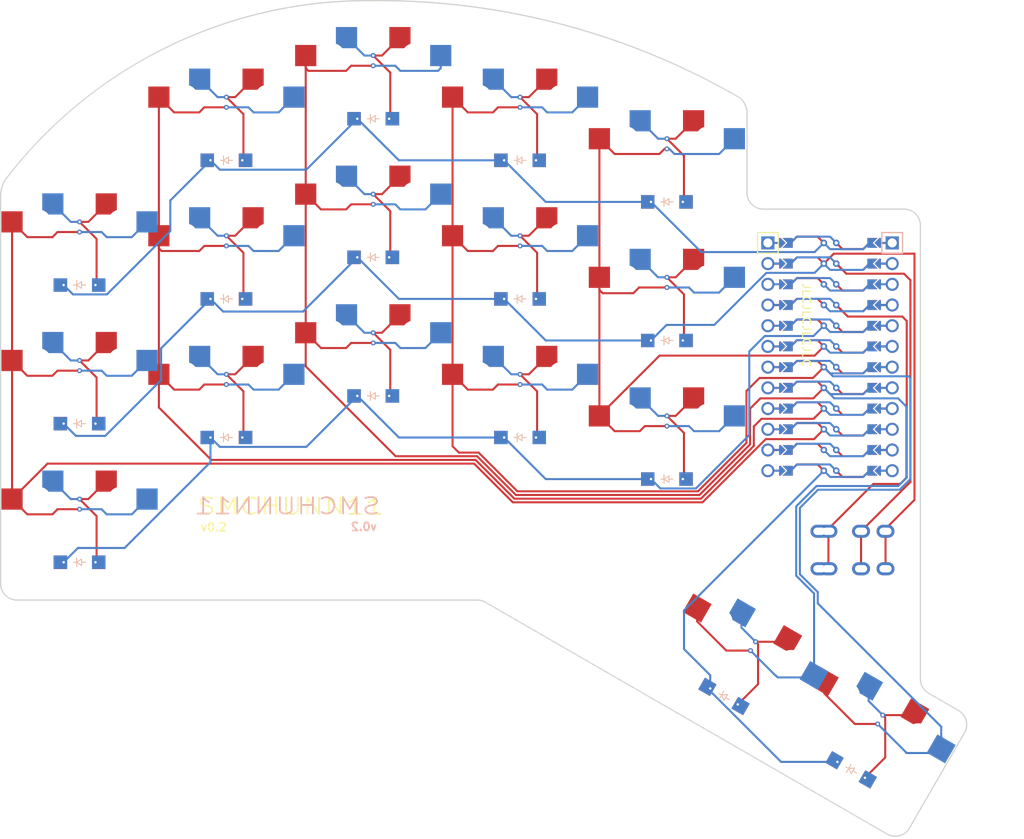
<source format=kicad_pcb>
(kicad_pcb (version 20211014) (generator pcbnew)
  (title_block (title "smcboard") (rev "v1.0.0") (company "Unknown"))
  (layers (0 "F.Cu" signal) (31 "B.Cu" signal) (34 "B.Paste" user) (35 "F.Paste" user) (36 "B.SilkS" user "B.Silkscreen") (37 "F.SilkS" user "F.Silkscreen") (38 "B.Mask" user) (39 "F.Mask" user) (44 "Edge.Cuts" user))
  (net 0 "")
  (net 1 "pinky_bottom")
  (net 2 "P7")
  (net 3 "P2")
  (net 4 "pinky_home")
  (net 5 "P0")
  (net 6 "pinky_top")
  (net 7 "P1")
  (net 8 "ring_bottom")
  (net 9 "P6")
  (net 10 "ring_home")
  (net 11 "ring_top")
  (net 12 "middle_bottom")
  (net 13 "P5")
  (net 14 "middle_home")
  (net 15 "middle_top")
  (net 16 "index_bottom")
  (net 17 "P4")
  (net 18 "index_home")
  (net 19 "index_top")
  (net 20 "inner_bottom")
  (net 21 "P3")
  (net 22 "inner_home")
  (net 23 "inner_top")
  (net 24 "near_thumb")
  (net 25 "P9")
  (net 26 "home_thumb")
  (net 27 "RAW")
  (net 28 "GND")
  (net 29 "RST")
  (net 30 "VCC")
  (net 31 "P21")
  (net 32 "P20")
  (net 33 "P19")
  (net 34 "P18")
  (net 35 "P15")
  (net 36 "P14")
  (net 37 "P16")
  (net 38 "P10")
  (net 39 "P8")
  (footprint "PG1350" (layer "F.Cu") (at 138.4 83.2)
    (fp_text reference "S7" hide)
    (fp_text value "" hide)
  )
  (footprint "PG1350" (layer "F.Cu") (at 102.4 103.6)
    (fp_text reference "S1" hide)
    (fp_text value "" hide)
  )
  (footprint "ComboDiode" (layer "F.Cu") (at 120.4 58.3)
    (fp_text reference "D6" hide)
    (fp_text value "" hide)
  )
  (footprint "ComboDiode" (layer "F.Cu") (at 138.4 87.2)
    (fp_text reference "D7" hide)
    (fp_text value "" hide)
  )
  (footprint "ComboDiode" (layer "F.Cu") (at 156.4 75.3)
    (fp_text reference "D11" hide)
    (fp_text value "" hide)
  )
  (footprint "VIA-0.6mm" (layer "F.Cu") (at 174.4 89.65)
    (fp_text reference "REF**" hide)
    (fp_text value "VIA-0.6mm" hide)
  )
  (footprint "PG1350" (layer "F.Cu") (at 183.4 120.6 -30)
    (fp_text reference "S16" hide)
    (fp_text value "" hide)
  )
  (footprint "ComboDiode" (layer "F.Cu") (at 174.4 97.4)
    (fp_text reference "D13" hide)
    (fp_text value "" hide)
  )
  (footprint "ComboDiode" (layer "F.Cu") (at 102.4 73.6)
    (fp_text reference "D3" hide)
    (fp_text value "" hide)
  )
  (footprint "ComboDiode" (layer "F.Cu") (at 181.4 124.064102 -30)
    (fp_text reference "D16" hide)
    (fp_text value "" hide)
  )
  (footprint "VIA-0.6mm" (layer "F.Cu") (at 156.4 85.8)
    (fp_text reference "REF**" hide)
    (fp_text value "VIA-0.6mm" hide)
  )
  (footprint "VIA-0.6mm" (layer "F.Cu") (at 174.4 90.9)
    (fp_text reference "REF**" hide)
    (fp_text value "VIA-0.6mm" hide)
  )
  (footprint "VIA-0.6mm" (layer "F.Cu") (at 120.4 85.8)
    (fp_text reference "REF**" hide)
    (fp_text value "VIA-0.6mm" hide)
  )
  (footprint "ComboDiode" (layer "F.Cu") (at 156.4 58.3)
    (fp_text reference "D12" hide)
    (fp_text value "" hide)
  )
  (footprint "VIA-0.6mm" (layer "F.Cu") (at 102.4 99.85)
    (fp_text reference "REF**" hide)
    (fp_text value "VIA-0.6mm" hide)
  )
  (footprint "VIA-0.6mm" (layer "F.Cu") (at 174.4 55.65)
    (fp_text reference "REF**" hide)
    (fp_text value "VIA-0.6mm" hide)
  )
  (footprint "VIA-0.6mm" (layer "F.Cu") (at 120.4 84.55)
    (fp_text reference "REF**" hide)
    (fp_text value "VIA-0.6mm" hide)
  )
  (footprint "VIA-0.6mm" (layer "F.Cu") (at 120.4 51.8)
    (fp_text reference "REF**" hide)
    (fp_text value "VIA-0.6mm" hide)
  )
  (footprint "VIA-0.6mm" (layer "F.Cu") (at 156.4 67.55)
    (fp_text reference "REF**" hide)
    (fp_text value "VIA-0.6mm" hide)
  )
  (footprint "PG1350" (layer "F.Cu") (at 102.4 69.6)
    (fp_text reference "S3" hide)
    (fp_text value "" hide)
  )
  (footprint "VIA-0.6mm" (layer "F.Cu") (at 156.4 84.55)
    (fp_text reference "REF**" hide)
    (fp_text value "VIA-0.6mm" hide)
  )
  (footprint "ComboDiode" (layer "F.Cu") (at 102.4 90.6)
    (fp_text reference "D2" hide)
    (fp_text value "" hide)
  )
  (footprint "VIA-0.6mm" (layer "F.Cu") (at 156.4 51.8)
    (fp_text reference "REF**" hide)
    (fp_text value "VIA-0.6mm" hide)
  )
  (footprint "VIA-0.6mm" (layer "F.Cu") (at 102.4 82.85)
    (fp_text reference "REF**" hide)
    (fp_text value "VIA-0.6mm" hide)
  )
  (footprint "PG1350" (layer "F.Cu") (at 174.4 59.4)
    (fp_text reference "S15" hide)
    (fp_text value "" hide)
  )
  (footprint "PG1350" (layer "F.Cu") (at 120.4 71.3)
    (fp_text reference "S5" hide)
    (fp_text value "" hide)
  )
  (footprint "VIA-0.6mm" (layer "F.Cu") (at 200.863457 126.352405 -30)
    (fp_text reference "REF**" hide)
    (fp_text value "VIA-0.6mm" hide)
  )
  (footprint "PG1350" (layer "F.Cu") (at 156.4 88.3)
    (fp_text reference "S10" hide)
    (fp_text value "" hide)
  )
  (footprint "VIA-0.6mm" (layer "F.Cu") (at 174.4 56.9)
    (fp_text reference "REF**" hide)
    (fp_text value "VIA-0.6mm" hide)
  )
  (footprint "VIA-0.6mm" (layer "F.Cu") (at 120.4 50.55)
    (fp_text reference "REF**" hide)
    (fp_text value "VIA-0.6mm" hide)
  )
  (footprint "ComboDiode" (layer "F.Cu") (at 174.4 80.4)
    (fp_text reference "D14" hide)
    (fp_text value "" hide)
  )
  (footprint "VIA-0.6mm" (layer "F.Cu") (at 138.4 46.7)
    (fp_text reference "REF**" hide)
    (fp_text value "VIA-0.6mm" hide)
  )
  (footprint "PG1350" (layer "F.Cu") (at 198.988457 129.6 -30)
    (fp_text reference "S17" hide)
    (fp_text value "" hide)
  )
  (footprint "VIA-0.6mm" (layer "F.Cu") (at 138.4 79.45)
    (fp_text reference "REF**" hide)
    (fp_text value "VIA-0.6mm" hide)
  )
  (footprint "ComboDiode" (layer "F.Cu") (at 120.4 75.3)
    (fp_text reference "D5" hide)
    (fp_text value "" hide)
  )
  (footprint "VIA-0.6mm" (layer "F.Cu") (at 138.4 63.7)
    (fp_text reference "REF**" hide)
    (fp_text value "VIA-0.6mm" hide)
  )
  (footprint "VIA-0.6mm" (layer "F.Cu") (at 174.4 72.65)
    (fp_text reference "REF**" hide)
    (fp_text value "VIA-0.6mm" hide)
  )
  (footprint "VIA-0.6mm" (layer "F.Cu") (at 102.4 65.85)
    (fp_text reference "REF**" hide)
    (fp_text value "VIA-0.6mm" hide)
  )
  (footprint "VIA-0.6mm" (layer "F.Cu") (at 200.238457 127.434937 -30)
    (fp_text reference "REF**" hide)
    (fp_text value "VIA-0.6mm" hide)
  )
  (footprint "VIA-0.6mm" (layer "F.Cu") (at 120.4 68.8)
    (fp_text reference "REF**" hide)
    (fp_text value "VIA-0.6mm" hide)
  )
  (footprint "VIA-0.6mm" (layer "F.Cu") (at 156.4 50.55)
    (fp_text reference "REF**" hide)
    (fp_text value "VIA-0.6mm" hide)
  )
  (footprint "VIA-0.6mm" (layer "F.Cu") (at 102.4 101.1)
    (fp_text reference "REF**" hide)
    (fp_text value "VIA-0.6mm" hide)
  )
  (footprint "ComboDiode" (layer "F.Cu") (at 174.4 63.4)
    (fp_text reference "D15" hide)
    (fp_text value "" hide)
  )
  (footprint "ComboDiode" (layer "F.Cu") (at 138.4 53.2)
    (fp_text reference "D9" hide)
    (fp_text value "" hide)
  )
  (footprint "PG1350" (layer "F.Cu") (at 102.4 86.6)
    (fp_text reference "S2" hide)
    (fp_text value "" hide)
  )
  (footprint "PG1350" (layer "F.Cu") (at 174.4 76.4)
    (fp_text reference "S14" hide)
    (fp_text value "" hide)
  )
  (footprint "VIA-0.6mm" (layer "F.Cu") (at 138.4 62.45)
    (fp_text reference "REF**" hide)
    (fp_text value "VIA-0.6mm" hide)
  )
  (footprint "VIA-0.6mm" (layer "F.Cu") (at 102.4 84.1)
    (fp_text reference "REF**" hide)
    (fp_text value "VIA-0.6mm" hide)
  )
  (footprint "PG1350" (layer "F.Cu") (at 174.4 93.4)
    (fp_text reference "S13" hide)
    (fp_text value "" hide)
  )
  (footprint "ComboDiode" (layer "F.Cu") (at 138.4 70.2)
    (fp_text reference "D8" hide)
    (fp_text value "" hide)
  )
  (footprint "TRRS-PJ-320A-dual" (layer "F.Cu") (at 204.4 108.4 -90)
    (fp_text reference "REF**")
    (fp_text value "TRRS-PJ-320A-dual")
  )
  (footprint "VIA-0.6mm" (layer "F.Cu") (at 184.65 118.434937 -30)
    (fp_text reference "REF**" hide)
    (fp_text value "VIA-0.6mm" hide)
  )
  (footprint "PG1350" (layer "F.Cu") (at 138.4 66.2)
    (fp_text reference "S8" hide)
    (fp_text value "" hide)
  )
  (footprint "PG1350" (layer "F.Cu") (at 120.4 54.3)
    (fp_text reference "S6" hide)
    (fp_text value "" hide)
  )
  (footprint "PG1350" (layer "F.Cu") (at 120.4 88.3)
    (fp_text reference "S4" hide)
    (fp_text value "" hide)
  )
  (footprint "Downloads:edgecut" (layer "F.Cu") (at 141 80)
    (fp_text reference "REF**" hide)
    (fp_text value "edgecut")
    (fp_line (start 11.148522 32.505803) (end 60.398994 60.940576) (layer "Edge.Cuts") (width 0.15))
    (fp_line (start 64.47384 41.93123) (end 64.47384 -13.712146) (layer "Edge.Cuts") (width 0.15))
    (fp_line (start 62.47384 -15.712146) (end 45.22384 -15.712146) (layer "Edge.Cuts") (width 0.15))
    (fp_line (start -48.27616 30.237854) (end -48.27616 -17.262146) (layer "Edge.Cuts") (width 0.15))
    (fp_line (start 43.22384 -17.712146) (end 43.22384 -27.462146) (layer "Edge.Cuts") (width 0.15))
    (fp_line (start 63.131045 60.208526) (end 69.881045 48.517183) (layer "Edge.Cuts") (width 0.15))
    (fp_line (start 65.47384 43.66328) (end 69.148994 45.785132) (layer "Edge.Cuts") (width 0.15))
    (fp_line (start -46.27616 32.237854) (end 10.148522 32.237854) (layer "Edge.Cuts") (width 0.15))
    (fp_arc (start 42.368301 -29.346146) (mid 42.999935 -28.496721) (end 43.22384 -27.462146) (layer "Edge.Cuts") (width 0.15))
    (fp_arc (start 65.47384 43.663281) (mid 64.741799 42.931225) (end 64.47384 41.93123) (layer "Edge.Cuts") (width 0.15))
    (fp_arc (start -48.27616 -17.262146) (mid -48.155794 -18.252965) (end -47.801699 -19.186146) (layer "Edge.Cuts") (width 0.15))
    (fp_arc (start -2.843699 -41.284146) (mid 20.567912 -38.366184) (end 42.368301 -29.346146) (layer "Edge.Cuts") (width 0.15))
    (fp_arc (start 63.131044 60.208526) (mid 61.916636 61.140408) (end 60.398994 60.940576) (layer "Edge.Cuts") (width 0.15))
    (fp_arc (start 62.47384 -15.712146) (mid 63.888044 -15.126348) (end 64.47384 -13.712146) (layer "Edge.Cuts") (width 0.15))
    (fp_arc (start 45.22384 -15.712146) (mid 43.809617 -16.297921) (end 43.22384 -17.712146) (layer "Edge.Cuts") (width 0.15))
    (fp_arc (start -46.27616 32.237854) (mid -47.690393 31.652087) (end -48.27616 30.237854) (layer "Edge.Cuts") (width 0.15))
    (fp_arc (start 10.148522 32.237854) (mid 10.666159 32.306006) (end 11.148522 32.505803) (layer "Edge.Cuts") (width 0.15))
    (fp_arc (start 69.148994 45.785132) (mid 70.080813 46.999551) (end 69.881045 48.517183) (layer "Edge.Cuts") (width 0.15))
    (fp_arc (start -47.801699 -19.186146) (mid -27.94 -35.560001) (end -2.843699 -41.284146) (layer "Edge.Cuts") (width 0.15))
  )
  (footprint "PG1350" (layer "F.Cu") (at 156.4 54.3)
    (fp_text reference "S12" hide)
    (fp_text value "" hide)
  )
  (footprint "ComboDiode" (layer "F.Cu") (at 102.4 107.6)
    (fp_text reference "D1" hide)
    (fp_text value "" hide)
  )
  (footprint "VIA-0.6mm" (layer "F.Cu") (at 156.4 68.8)
    (fp_text reference "REF**" hide)
    (fp_text value "VIA-0.6mm" hide)
  )
  (footprint "VIA-0.6mm" (layer "F.Cu") (at 138.4 45.45)
    (fp_text reference "REF**" hide)
    (fp_text value "VIA-0.6mm" hide)
  )
  (footprint "PG1350" (layer "F.Cu") (at 138.4 49.2)
    (fp_text reference "S9" hide)
    (fp_text value "" hide)
  )
  (footprint "VIA-0.6mm" (layer "F.Cu") (at 174.4 73.9)
    (fp_text reference "REF**" hide)
    (fp_text value "VIA-0.6mm" hide)
  )
  (footprint "VIA-0.6mm" (layer "F.Cu") (at 185.275 117.352405 -30)
    (fp_text reference "REF**" hide)
    (fp_text value "VIA-0.6mm" hide)
  )
  (footprint "VIA-0.6mm" (layer "F.Cu") (at 120.4 67.55)
    (fp_text reference "REF**" hide)
    (fp_text value "VIA-0.6mm" hide)
  )
  (footprint "VIA-0.6mm" (layer "F.Cu") (at 102.4 67.1)
    (fp_text reference "REF**" hide)
    (fp_text value "VIA-0.6mm" hide)
  )
  (footprint "VIA-0.6mm" (layer "F.Cu") (at 138.4 80.7)
    (fp_text reference "REF**" hide)
    (fp_text value "VIA-0.6mm" hide)
  )
  (footprint "ComboDiode" (layer "F.Cu") (at 196.988457 133.064102 -30)
    (fp_text reference "D17" hide)
    (fp_text value "" hide)
  )
  (footprint "ProMicro" (layer "F.Cu") (at 194.4 82.4 -90)
    (fp_text reference "MCU1" hide)
    (fp_text value "")
  )
  (footprint "PG1350" (layer "F.Cu") (at 156.4 71.3)
    (fp_text reference "S11" hide)
    (fp_text value "" hide)
  )
  (footprint "ComboDiode" (layer "F.Cu") (at 120.4 92.3)
    (fp_text reference "D4" hide)
    (fp_text value "" hide)
  )
  (footprint "ComboDiode" (layer "F.Cu") (at 156.4 92.3)
    (fp_text reference "D10" hide)
    (fp_text value "" hide)
  )
  (gr_text "SMCHUNN11" (at 127.852 100.71) (layer "B.SilkS") (effects (font (size 2 2.5) (thickness 0.2)) (justify mirror)))
  (gr_text "v0.2" (at 137.25 103.25) (layer "B.SilkS") (effects (font (size 1 1) (thickness 0.2)) (justify mirror)))
  (gr_text "SMCHUNN11" (at 128.25 100.75) (layer "F.SilkS") (effects (font (size 2 2.5) (thickness 0.2))))
  (gr_text "v0.2" (at 118.852 103.29) (layer "F.SilkS") (effects (font (size 1 1) (thickness 0.2))))
  (gr_text "JLCJLCJLCJLC" (at 191.5 78.5 -90) (layer "F.SilkS") (effects (font (size 1 1))))
  (segment (start 103.475 99.85) (end 102.4 99.85) (width 0.25) (layer "F.Cu") (net 1))
  (segment (start 104.489501 101.939501) (end 104.489501 107.420499) (width 0.25) (layer "F.Cu") (net 1))
  (segment (start 102.4 99.85) (end 104.489501 101.939501) (width 0.25) (layer "F.Cu") (net 1))
  (segment (start 105.675 97.65) (end 103.475 99.85) (width 0.25) (layer "F.Cu") (net 1))
  (segment (start 99.125 97.65) (end 99.125 98.200001) (width 0.25) (layer "B.Cu") (net 1))
  (segment (start 99.125 97.65) (end 101.325 99.85) (width 0.25) (layer "B.Cu") (net 1))
  (segment (start 101.325 99.85) (end 102.4 99.85) (width 0.25) (layer "B.Cu") (net 1))
  (segment (start 192.428 92.5) (end 193.638 91.29) (width 0.25) (layer "F.Cu") (net 2))
  (segment (start 96.000001 101.725001) (end 99.072105 101.725001) (width 0.25) (layer "F.Cu") (net 2))
  (segment (start 178.769009 100.25) (end 186.519009 92.5) (width 0.25) (layer "F.Cu") (net 2))
  (segment (start 99.072105 84.725001) (end 99.697106 84.1) (width 0.25) (layer "F.Cu") (net 2))
  (segment (start 99.072105 67.725001) (end 99.697106 67.1) (width 0.25) (layer "F.Cu") (net 2))
  (segment (start 94.125 82.85) (end 96.000001 84.725001) (width 0.25) (layer "F.Cu") (net 2))
  (segment (start 94.125 99.85) (end 98.475 95.5) (width 0.25) (layer "F.Cu") (net 2))
  (segment (start 94.125 82.85) (end 94.125 65.85) (width 0.25) (layer "F.Cu") (net 2))
  (segment (start 155.513604 100.25) (end 178.769009 100.25) (width 0.25) (layer "F.Cu") (net 2))
  (segment (start 99.697106 84.1) (end 102.4 84.1) (width 0.25) (layer "F.Cu") (net 2))
  (segment (start 99.072105 101.725001) (end 99.697106 101.1) (width 0.25) (layer "F.Cu") (net 2))
  (segment (start 99.697106 67.1) (end 102.4 67.1) (width 0.25) (layer "F.Cu") (net 2))
  (segment (start 94.125 65.85) (end 96.000001 67.725001) (width 0.25) (layer "F.Cu") (net 2))
  (segment (start 94.125 99.85) (end 96.000001 101.725001) (width 0.25) (layer "F.Cu") (net 2))
  (segment (start 96.000001 84.725001) (end 99.072105 84.725001) (width 0.25) (layer "F.Cu") (net 2))
  (segment (start 150.763604 95.5) (end 155.513604 100.25) (width 0.25) (layer "F.Cu") (net 2))
  (segment (start 98.475 95.5) (end 150.763604 95.5) (width 0.25) (layer "F.Cu") (net 2))
  (segment (start 186.519009 92.5) (end 192.428 92.5) (width 0.25) (layer "F.Cu") (net 2))
  (segment (start 96.000001 67.725001) (end 99.072105 67.725001) (width 0.25) (layer "F.Cu") (net 2))
  (segment (start 99.697106 101.1) (end 102.4 101.1) (width 0.25) (layer "F.Cu") (net 2))
  (segment (start 94.125 99.85) (end 94.125 82.85) (width 0.25) (layer "F.Cu") (net 2))
  (segment (start 108.799999 101.725001) (end 105.727895 101.725001) (width 0.25) (layer "B.Cu") (net 2))
  (segment (start 105.727895 84.725001) (end 105.102894 84.1) (width 0.25) (layer "B.Cu") (net 2))
  (segment (start 108.799999 67.725001) (end 105.727895 67.725001) (width 0.25) (layer "B.Cu") (net 2))
  (segment (start 110.675 65.85) (end 108.799999 67.725001) (width 0.25) (layer "B.Cu") (net 2))
  (segment (start 105.727895 67.725001) (end 105.102894 67.1) (width 0.25) (layer "B.Cu") (net 2))
  (segment (start 110.675 82.85) (end 108.799999 84.725001) (width 0.25) (layer "B.Cu") (net 2))
  (segment (start 110.675 99.85) (end 108.799999 101.725001) (width 0.25) (layer "B.Cu") (net 2))
  (segment (start 105.102894 67.1) (end 102.4 67.1) (width 0.25) (layer "B.Cu") (net 2))
  (segment (start 105.102894 101.1) (end 102.4 101.1) (width 0.25) (layer "B.Cu") (net 2))
  (segment (start 105.102894 84.1) (end 102.4 84.1) (width 0.25) (layer "B.Cu") (net 2))
  (segment (start 108.799999 84.725001) (end 105.727895 84.725001) (width 0.25) (layer "B.Cu") (net 2))
  (segment (start 105.727895 101.725001) (end 105.102894 101.1) (width 0.25) (layer "B.Cu") (net 2))
  (segment (start 172.45 97.4) (end 173.6 98.55) (width 0.25) (layer "B.Cu") (net 3))
  (segment (start 159.55 97.4) (end 172.45 97.4) (width 0.25) (layer "B.Cu") (net 3))
  (segment (start 130.2 93.45) (end 136.45 87.2) (width 0.25) (layer "B.Cu") (net 3))
  (segment (start 154.45 92.3) (end 159.55 97.4) (width 0.25) (layer "B.Cu") (net 3))
  (segment (start 107.925 105.85) (end 118.45 95.325) (width 0.25) (layer "B.Cu") (net 3))
  (segment (start 118.45 92.3) (end 119.6 93.45) (width 0.25) (layer "B.Cu") (net 3))
  (segment (start 184.5 92) (end 184.5 81.75) (width 0.25) (layer "B.Cu") (net 3))
  (segment (start 100.45 107.6) (end 102.2 105.85) (width 0.25) (layer "B.Cu") (net 3))
  (segment (start 119.6 93.45) (end 130.2 93.45) (width 0.25) (layer "B.Cu") (net 3))
  (segment (start 118.45 95.325) (end 118.45 92.3) (width 0.25) (layer "B.Cu") (net 3))
  (segment (start 192.378 79.85) (end 193.638 78.59) (width 0.25) (layer "B.Cu") (net 3))
  (segment (start 184.5 81.75) (end 186.4 79.85) (width 0.25) (layer "B.Cu") (net 3))
  (segment (start 141.55 92.3) (end 154.45 92.3) (width 0.25) (layer "B.Cu") (net 3))
  (segment (start 177.95 98.55) (end 184.5 92) (width 0.25) (layer "B.Cu") (net 3))
  (segment (start 186.4 79.85) (end 192.378 79.85) (width 0.25) (layer "B.Cu") (net 3))
  (segment (start 102.2 105.85) (end 107.925 105.85) (width 0.25) (layer "B.Cu") (net 3))
  (segment (start 136.45 87.2) (end 141.55 92.3) (width 0.25) (layer "B.Cu") (net 3))
  (segment (start 173.6 98.55) (end 177.95 98.55) (width 0.25) (layer "B.Cu") (net 3))
  (segment (start 104.489501 84.939501) (end 104.489501 90.420499) (width 0.25) (layer "F.Cu") (net 4))
  (segment (start 103.475 82.85) (end 102.4 82.85) (width 0.25) (layer "F.Cu") (net 4))
  (segment (start 105.675 80.65) (end 103.475 82.85) (width 0.25) (layer "F.Cu") (net 4))
  (segment (start 102.4 82.85) (end 104.489501 84.939501) (width 0.25) (layer "F.Cu") (net 4))
  (segment (start 99.125 80.65) (end 101.325 82.85) (width 0.25) (layer "B.Cu") (net 4))
  (segment (start 101.325 82.85) (end 102.4 82.85) (width 0.25) (layer "B.Cu") (net 4))
  (segment (start 204.75 99.95) (end 204.75 69.75) (width 0.25) (layer "F.Cu") (net 5))
  (segment (start 201.2 103.8) (end 201.2 108.4) (width 0.25) (layer "F.Cu") (net 5))
  (segment (start 201.2 103.5) (end 204.75 99.95) (width 0.25) (layer "F.Cu") (net 5))
  (segment (start 201.2 103.8) (end 201.2 103.5) (width 0.25) (layer "F.Cu") (net 5))
  (segment (start 194.858 69.75) (end 193.638 70.97) (width 0.25) (layer "F.Cu") (net 5))
  (segment (start 204.75 69.75) (end 194.858 69.75) (width 0.25) (layer "F.Cu") (net 5))
  (segment (start 172.45 80.4) (end 174.360499 78.489501) (width 0.25) (layer "B.Cu") (net 5))
  (segment (start 105.55 92.1) (end 101.95 92.1) (width 0.25) (layer "B.Cu") (net 5))
  (segment (start 112.4 85.25) (end 105.55 92.1) (width 0.25) (layer "B.Cu") (net 5))
  (segment (start 159.55 80.4) (end 154.45 75.3) (width 0.25) (layer "B.Cu") (net 5))
  (segment (start 186.599009 72.1) (end 192.508 72.1) (width 0.25) (layer "B.Cu") (net 5))
  (segment (start 154.45 75.3) (end 141.55 75.3) (width 0.25) (layer "B.Cu") (net 5))
  (segment (start 136.45 70.2) (end 129.8 76.85) (width 0.25) (layer "B.Cu") (net 5))
  (segment (start 120 76.85) (end 118.45 75.3) (width 0.25) (layer "B.Cu") (net 5))
  (segment (start 174.360499 78.489501) (end 180.209508 78.489501) (width 0.25) (layer "B.Cu") (net 5))
  (segment (start 180.209508 78.489501) (end 186.599009 72.1) (width 0.25) (layer "B.Cu") (net 5))
  (segment (start 112.4 81.35) (end 112.4 85.25) (width 0.25) (layer "B.Cu") (net 5))
  (segment (start 141.55 75.3) (end 136.45 70.2) (width 0.25) (layer "B.Cu") (net 5))
  (segment (start 101.95 92.1) (end 100.45 90.6) (width 0.25) (layer "B.Cu") (net 5))
  (segment (start 192.508 72.1) (end 193.638 70.97) (width 0.25) (layer "B.Cu") (net 5))
  (segment (start 118.45 75.3) (end 112.4 81.35) (width 0.25) (layer "B.Cu") (net 5))
  (segment (start 172.45 80.4) (end 159.55 80.4) (width 0.25) (layer "B.Cu") (net 5))
  (segment (start 129.8 76.85) (end 120 76.85) (width 0.25) (layer "B.Cu") (net 5))
  (segment (start 103.475 65.85) (end 102.4 65.85) (width 0.25) (layer "F.Cu") (net 6))
  (segment (start 105.675 63.65) (end 103.475 65.85) (width 0.25) (layer "F.Cu") (net 6))
  (segment (start 104.489501 67.939501) (end 104.489501 73.420499) (width 0.25) (layer "F.Cu") (net 6))
  (segment (start 102.4 65.85) (end 104.489501 67.939501) (width 0.25) (layer "F.Cu") (net 6))
  (segment (start 99.125 63.65) (end 101.325 65.85) (width 0.25) (layer "B.Cu") (net 6))
  (segment (start 101.325 65.85) (end 102.4 65.85) (width 0.25) (layer "B.Cu") (net 6))
  (segment (start 118.45 58.3) (end 119.6 59.45) (width 0.25) (layer "B.Cu") (net 7))
  (segment (start 113.524999 63.225001) (end 118.45 58.3) (width 0.25) (layer "B.Cu") (net 7))
  (segment (start 113.524999 66.975001) (end 113.524999 63.225001) (width 0.25) (layer "B.Cu") (net 7))
  (segment (start 130.2 59.45) (end 136.45 53.2) (width 0.25) (layer "B.Cu") (net 7))
  (segment (start 101.6 74.75) (end 105.75 74.75) (width 0.25) (layer "B.Cu") (net 7))
  (segment (start 136.45 53.2) (end 141.55 58.3) (width 0.25) (layer "B.Cu") (net 7))
  (segment (start 100.45 73.6) (end 101.6 74.75) (width 0.25) (layer "B.Cu") (net 7))
  (segment (start 119.6 59.45) (end 130.2 59.45) (width 0.25) (layer "B.Cu") (net 7))
  (segment (start 154.45 58.3) (end 159.55 63.4) (width 0.25) (layer "B.Cu") (net 7))
  (segment (start 141.55 58.3) (end 154.45 58.3) (width 0.25) (layer "B.Cu") (net 7))
  (segment (start 178.605 69.555) (end 192.513 69.555) (width 0.25) (layer "B.Cu") (net 7))
  (segment (start 159.55 63.4) (end 172.45 63.4) (width 0.25) (layer "B.Cu") (net 7))
  (segment (start 192.513 69.555) (end 193.638 68.43) (width 0.25) (layer "B.Cu") (net 7))
  (segment (start 172.45 63.4) (end 178.605 69.555) (width 0.25) (layer "B.Cu") (net 7))
  (segment (start 105.75 74.75) (end 113.524999 66.975001) (width 0.25) (layer "B.Cu") (net 7))
  (segment (start 120.4 84.55) (end 122.489501 86.639501) (width 0.25) (layer "F.Cu") (net 8))
  (segment (start 122.489501 86.639501) (end 122.489501 92.120499) (width 0.25) (layer "F.Cu") (net 8))
  (segment (start 123.675 82.35) (end 121.475 84.55) (width 0.25) (layer "F.Cu") (net 8))
  (segment (start 121.475 84.55) (end 120.4 84.55) (width 0.25) (layer "F.Cu") (net 8))
  (segment (start 119.325 84.55) (end 120.4 84.55) (width 0.25) (layer "B.Cu") (net 8))
  (segment (start 117.125 82.35) (end 119.325 84.55) (width 0.25) (layer "B.Cu") (net 8))
  (segment (start 155.7 99.8) (end 178.582613 99.8) (width 0.25) (layer "F.Cu") (net 9))
  (segment (start 112.125 88.625) (end 118.55 95.05) (width 0.25) (layer "F.Cu") (net 9))
  (segment (start 112.450001 69.425001) (end 117.072105 69.425001) (width 0.25) (layer "F.Cu") (net 9))
  (segment (start 112.125 69.1) (end 112.450001 69.425001) (width 0.25) (layer "F.Cu") (net 9))
  (segment (start 178.582613 99.8) (end 185.066307 93.316306) (width 0.25) (layer "F.Cu") (net 9))
  (segment (start 112.125 84.55) (end 112.125 88.625) (width 0.25) (layer "F.Cu") (net 9))
  (segment (start 114.000001 52.425001) (end 117.072105 52.425001) (width 0.25) (layer "F.Cu") (net 9))
  (segment (start 112.125 67.55) (end 112.125 69.1) (width 0.25) (layer "F.Cu") (net 9))
  (segment (start 117.072105 86.425001) (end 117.697106 85.8) (width 0.25) (layer "F.Cu") (net 9))
  (segment (start 117.697106 51.8) (end 120.4 51.8) (width 0.25) (layer "F.Cu") (net 9))
  (segment (start 150.95 95.05) (end 155.7 99.8) (width 0.25) (layer "F.Cu") (net 9))
  (segment (start 112.125 50.55) (end 114.000001 52.425001) (width 0.25) (layer "F.Cu") (net 9))
  (segment (start 117.072105 52.425001) (end 117.697106 51.8) (width 0.25) (layer "F.Cu") (net 9))
  (segment (start 192.388 90) (end 193.638 88.75) (width 0.25) (layer "F.Cu") (net 9))
  (segment (start 114.000001 86.425001) (end 117.072105 86.425001) (width 0.25) (layer "F.Cu") (net 9))
  (segment (start 118.55 95.05) (end 150.95 95.05) (width 0.25) (layer "F.Cu") (net 9))
  (segment (start 112.125 67.55) (end 112.125 84.55) (width 0.25) (layer "F.Cu") (net 9))
  (segment (start 185.052135 90.947865) (end 186 90) (width 0.25) (layer "F.Cu") (net 9))
  (segment (start 117.697106 85.8) (end 120.4 85.8) (width 0.25) (layer "F.Cu") (net 9))
  (segment (start 117.697106 68.8) (end 120.4 68.8) (width 0.25) (layer "F.Cu") (net 9))
  (segment (start 185.052135 93.302134) (end 185.052135 90.947865) (width 0.25) (layer "F.Cu") (net 9))
  (segment (start 186 90) (end 192.388 90) (width 0.25) (layer "F.Cu") (net 9))
  (segment (start 112.125 84.55) (end 114.000001 86.425001) (width 0.25) (layer "F.Cu") (net 9))
  (segment (start 185.066307 93.316306) (end 185.052135 93.302134) (width 0.25) (layer "F.Cu") (net 9))
  (segment (start 112.125 50.55) (end 112.125 67.55) (width 0.25) (layer "F.Cu") (net 9))
  (segment (start 117.072105 69.425001) (end 117.697106 68.8) (width 0.25) (layer "F.Cu") (net 9))
  (segment (start 123.727895 86.425001) (end 123.102894 85.8) (width 0.25) (layer "B.Cu") (net 9))
  (segment (start 128.675 84.55) (end 126.799999 86.425001) (width 0.25) (layer "B.Cu") (net 9))
  (segment (start 123.102894 85.8) (end 120.4 85.8) (width 0.25) (layer "B.Cu") (net 9))
  (segment (start 128.675 67.55) (end 126.799999 69.425001) (width 0.25) (layer "B.Cu") (net 9))
  (segment (start 123.727895 69.425001) (end 123.102894 68.8) (width 0.25) (layer "B.Cu") (net 9))
  (segment (start 126.799999 86.425001) (end 123.727895 86.425001) (width 0.25) (layer "B.Cu") (net 9))
  (segment (start 128.675 50.55) (end 126.799999 52.425001) (width 0.25) (layer "B.Cu") (net 9))
  (segment (start 126.799999 52.425001) (end 123.727895 52.425001) (width 0.25) (layer "B.Cu") (net 9))
  (segment (start 126.799999 69.425001) (end 123.727895 69.425001) (width 0.25) (layer "B.Cu") (net 9))
  (segment (start 123.727895 52.425001) (end 123.102894 51.8) (width 0.25) (layer "B.Cu") (net 9))
  (segment (start 123.102894 51.8) (end 120.4 51.8) (width 0.25) (layer "B.Cu") (net 9))
  (segment (start 123.102894 68.8) (end 120.4 68.8) (width 0.25) (layer "B.Cu") (net 9))
  (segment (start 121.475 67.55) (end 120.4 67.55) (width 0.25) (layer "F.Cu") (net 10))
  (segment (start 122.489501 69.639501) (end 122.489501 75.120499) (width 0.25) (layer "F.Cu") (net 10))
  (segment (start 123.675 65.35) (end 121.475 67.55) (width 0.25) (layer "F.Cu") (net 10))
  (segment (start 120.4 67.55) (end 122.489501 69.639501) (width 0.25) (layer "F.Cu") (net 10))
  (segment (start 119.325 67.55) (end 120.4 67.55) (width 0.25) (layer "B.Cu") (net 10))
  (segment (start 117.125 65.35) (end 119.325 67.55) (width 0.25) (layer "B.Cu") (net 10))
  (segment (start 123.675 48.35) (end 121.475 50.55) (width 0.25) (layer "F.Cu") (net 11))
  (segment (start 121.475 50.55) (end 120.4 50.55) (width 0.25) (layer "F.Cu") (net 11))
  (segment (start 122.489501 52.639501) (end 122.489501 58.120499) (width 0.25) (layer "F.Cu") (net 11))
  (segment (start 120.4 50.55) (end 122.489501 52.639501) (width 0.25) (layer "F.Cu") (net 11))
  (segment (start 117.125 48.35) (end 119.325 50.55) (width 0.25) (layer "B.Cu") (net 11))
  (segment (start 119.325 50.55) (end 120.4 50.55) (width 0.25) (layer "B.Cu") (net 11))
  (segment (start 138.4 79.45) (end 140.489501 81.539501) (width 0.25) (layer "F.Cu") (net 12))
  (segment (start 139.475 79.45) (end 138.4 79.45) (width 0.25) (layer "F.Cu") (net 12))
  (segment (start 141.675 77.25) (end 139.475 79.45) (width 0.25) (layer "F.Cu") (net 12))
  (segment (start 140.489501 81.539501) (end 140.489501 87.020499) (width 0.25) (layer "F.Cu") (net 12))
  (segment (start 135.125 77.25) (end 137.325 79.45) (width 0.25) (layer "B.Cu") (net 12))
  (segment (start 137.325 79.45) (end 138.4 79.45) (width 0.25) (layer "B.Cu") (net 12))
  (segment (start 135.072105 81.325001) (end 135.697106 80.7) (width 0.25) (layer "F.Cu") (net 13))
  (segment (start 185.859998 87.5) (end 184.602135 88.757863) (width 0.25) (layer "F.Cu") (net 13))
  (segment (start 141.15 94.6) (end 130.125 83.575) (width 0.25) (layer "F.Cu") (net 13))
  (segment (start 130.125 62.45) (end 132.000001 64.325001) (width 0.25) (layer "F.Cu") (net 13))
  (segment (start 135.072105 64.325001) (end 135.697106 63.7) (width 0.25) (layer "F.Cu") (net 13))
  (segment (start 135.072105 47.325001) (end 135.697106 46.7) (width 0.25) (layer "F.Cu") (net 13))
  (segment (start 130.125 79.45) (end 130.125 62.45) (width 0.25) (layer "F.Cu") (net 13))
  (segment (start 178.10864 114.85864) (end 181.684937 118.434937) (width 0.25) (layer "F.Cu") (net 13))
  (segment (start 155.886396 99.35) (end 151.136396 94.6) (width 0.25) (layer "F.Cu") (net 13))
  (segment (start 130.125 45.45) (end 130.125 47) (width 0.25) (layer "F.Cu") (net 13))
  (segment (start 135.697106 80.7) (end 138.4 80.7) (width 0.25) (layer "F.Cu") (net 13))
  (segment (start 184.602135 93.144082) (end 178.396217 99.35) (width 0.25) (layer "F.Cu") (net 13))
  (segment (start 135.697106 46.7) (end 138.4 46.7) (width 0.25) (layer "F.Cu") (net 13))
  (segment (start 132.000001 81.325001) (end 135.072105 81.325001) (width 0.25) (layer "F.Cu") (net 13))
  (segment (start 130.450001 47.325001) (end 135.072105 47.325001) (width 0.25) (layer "F.Cu") (net 13))
  (segment (start 184.602135 88.757863) (end 184.602135 93.144082) (width 0.25) (layer "F.Cu") (net 13))
  (segment (start 181.684937 118.434937) (end 184.65 118.434937) (width 0.25) (layer "F.Cu") (net 13))
  (segment (start 130.125 79.45) (end 132.000001 81.325001) (width 0.25) (layer "F.Cu") (net 13))
  (segment (start 192.348 87.5) (end 185.859998 87.5) (width 0.25) (layer "F.Cu") (net 13))
  (segment (start 130.125 47) (end 130.450001 47.325001) (width 0.25) (layer "F.Cu") (net 13))
  (segment (start 130.125 45.45) (end 130.125 62.45) (width 0.25) (layer "F.Cu") (net 13))
  (segment (start 178.396217 99.35) (end 155.886396 99.35) (width 0.25) (layer "F.Cu") (net 13))
  (segment (start 132.000001 64.325001) (end 135.072105 64.325001) (width 0.25) (layer "F.Cu") (net 13))
  (segment (start 151.136396 94.6) (end 141.15 94.6) (width 0.25) (layer "F.Cu") (net 13))
  (segment (start 178.10864 113.214905) (end 178.10864 114.85864) (width 0.25) (layer "F.Cu") (net 13))
  (segment (start 130.125 83.575) (end 130.125 79.45) (width 0.25) (layer "F.Cu") (net 13))
  (segment (start 135.697106 63.7) (end 138.4 63.7) (width 0.25) (layer "F.Cu") (net 13))
  (segment (start 193.638 86.21) (end 192.348 87.5) (width 0.25) (layer "F.Cu") (net 13))
  (segment (start 192.44136 121.489905) (end 192.203859 121.727406) (width 0.25) (layer "B.Cu") (net 13))
  (segment (start 146.675 45.45) (end 146.675 47) (width 0.25) (layer "B.Cu") (net 13))
  (segment (start 187.75 121.5) (end 187.715063 121.5) (width 0.25) (layer "B.Cu") (net 13))
  (segment (start 141.102894 63.7) (end 138.4 63.7) (width 0.25) (layer "B.Cu") (net 13))
  (segment (start 192.203859 121.727406) (end 187.977406 121.727406) (width 0.25) (layer "B.Cu") (net 13))
  (segment (start 141.102894 80.7) (end 138.4 80.7) (width 0.25) (layer "B.Cu") (net 13))
  (segment (start 187.715063 121.5) (end 184.65 118.434937) (width 0.25) (layer "B.Cu") (net 13))
  (segment (start 146.349999 47.325001) (end 141.727895 47.325001) (width 0.25) (layer "B.Cu") (net 13))
  (segment (start 190.25 109.25) (end 190.25 100.75) (width 0.25) (layer "B.Cu") (net 13))
  (segment (start 146.675 79.45) (end 144.799999 81.325001) (width 0.25) (layer "B.Cu") (net 13))
  (segment (start 144.799999 81.325001) (end 141.727895 81.325001) (width 0.25) (layer "B.Cu") (net 13))
  (segment (start 202.75 98.25) (end 203.747865 97.252135) (width 0.25) (layer "B.Cu") (net 13))
  (segment (start 202.75 87.5) (end 194.928 87.5) (width 0.25) (layer "B.Cu") (net 13))
  (segment (start 192.44136 111.44136) (end 190.25 109.25) (width 0.25) (layer "B.Cu") (net 13))
  (segment (start 192.75 98.25) (end 202.75 98.25) (width 0.25) (layer "B.Cu") (net 13))
  (segment (start 141.727895 64.325001) (end 141.102894 63.7) (width 0.25) (layer "B.Cu") (net 13))
  (segment (start 144.799999 64.325001) (end 141.727895 64.325001) (width 0.25) (layer "B.Cu") (net 13))
  (segment (start 190.25 100.75) (end 192.75 98.25) (width 0.25) (layer "B.Cu") (net 13))
  (segment (start 141.727895 81.325001) (end 141.102894 80.7) (width 0.25) (layer "B.Cu") (net 13))
  (segment (start 141.727895 47.325001) (end 141.102894 46.7) (width 0.25) (layer "B.Cu") (net 13))
  (segment (start 203.747865 97.252135) (end 203.747865 88.497865) (width 0.25) (layer "B.Cu") (net 13))
  (segment (start 146.675 62.45) (end 144.799999 64.325001) (width 0.25) (layer "B.Cu") (net 13))
  (segment (start 141.102894 46.7) (end 138.4 46.7) (width 0.25) (layer "B.Cu") (net 13))
  (segment (start 194.928 87.5) (end 193.638 86.21) (width 0.25) (layer "B.Cu") (net 13))
  (segment (start 192.44136 121.489905) (end 192.44136 111.44136) (width 0.25) (layer "B.Cu") (net 13))
  (segment (start 203.747865 88.497865) (end 202.75 87.5) (width 0.25) (layer "B.Cu") (net 13))
  (segment (start 187.977406 121.727406) (end 187.75 121.5) (width 0.25) (layer "B.Cu") (net 13))
  (segment (start 146.675 47) (end 146.349999 47.325001) (width 0.25) (layer "B.Cu") (net 13))
  (segment (start 140.489501 64.539501) (end 140.489501 70.020499) (width 0.25) (layer "F.Cu") (net 14))
  (segment (start 138.4 62.45) (end 140.489501 64.539501) (width 0.25) (layer "F.Cu") (net 14))
  (segment (start 141.675 60.25) (end 139.475 62.45) (width 0.25) (layer "F.Cu") (net 14))
  (segment (start 139.475 62.45) (end 138.4 62.45) (width 0.25) (layer "F.Cu") (net 14))
  (segment (start 135.125 60.25) (end 137.325 62.45) (width 0.25) (layer "B.Cu") (net 14))
  (segment (start 137.325 62.45) (end 138.4 62.45) (width 0.25) (layer "B.Cu") (net 14))
  (segment (start 139.475 45.45) (end 138.4 45.45) (width 0.25) (layer "F.Cu") (net 15))
  (segment (start 138.4 45.45) (end 140.489501 47.539501) (width 0.25) (layer "F.Cu") (net 15))
  (segment (start 141.675 43.25) (end 139.475 45.45) (width 0.25) (layer "F.Cu") (net 15))
  (segment (start 140.489501 47.539501) (end 140.489501 53.020499) (width 0.25) (layer "F.Cu") (net 15))
  (segment (start 135.125 43.25) (end 137.325 45.45) (width 0.25) (layer "B.Cu") (net 15))
  (segment (start 137.325 45.45) (end 138.4 45.45) (width 0.25) (layer "B.Cu") (net 15))
  (segment (start 158.489501 86.639501) (end 158.489501 92.120499) (width 0.25) (layer "F.Cu") (net 16))
  (segment (start 157.475 84.55) (end 156.4 84.55) (width 0.25) (layer "F.Cu") (net 16))
  (segment (start 159.675 82.35) (end 157.475 84.55) (width 0.25) (layer "F.Cu") (net 16))
  (segment (start 156.4 84.55) (end 158.489501 86.639501) (width 0.25) (layer "F.Cu") (net 16))
  (segment (start 155.325 84.55) (end 156.4 84.55) (width 0.25) (layer "B.Cu") (net 16))
  (segment (start 153.125 82.35) (end 155.325 84.55) (width 0.25) (layer "B.Cu") (net 16))
  (segment (start 151.322792 94.15) (end 148.9 94.15) (width 0.25) (layer "F.Cu") (net 17))
  (segment (start 192.31 84.998) (end 185.752 84.998) (width 0.25) (layer "F.Cu") (net 17))
  (segment (start 193.638 83.67) (end 192.31 84.998) (width 0.25) (layer "F.Cu") (net 17))
  (segment (start 148.125 50.55) (end 150.000001 52.425001) (width 0.25) (layer "F.Cu") (net 17))
  (segment (start 148.125 67.55) (end 148.125 84.55) (width 0.25) (layer "F.Cu") (net 17))
  (segment (start 178.209821 98.9) (end 156.072792 98.9) (width 0.25) (layer "F.Cu") (net 17))
  (segment (start 153.072105 86.425001) (end 153.697106 85.8) (width 0.25) (layer "F.Cu") (net 17))
  (segment (start 148.125 84.55) (end 150.000001 86.425001) (width 0.25) (layer "F.Cu") (net 17))
  (segment (start 193.697097 122.214905) (end 193.697097 123.697097) (width 0.25) (layer "F.Cu") (net 17))
  (segment (start 150.000001 69.425001) (end 153.072105 69.425001) (width 0.25) (layer "F.Cu") (net 17))
  (segment (start 156.072792 98.9) (end 151.322792 94.15) (width 0.25) (layer "F.Cu") (net 17))
  (segment (start 150.000001 52.425001) (end 153.072105 52.425001) (width 0.25) (layer "F.Cu") (net 17))
  (segment (start 148.125 93.375) (end 148.125 84.55) (width 0.25) (layer "F.Cu") (net 17))
  (segment (start 153.697106 68.8) (end 156.4 68.8) (width 0.25) (layer "F.Cu") (net 17))
  (segment (start 197.434937 127.434937) (end 200.238457 127.434937) (width 0.25) (layer "F.Cu") (net 17))
  (segment (start 184.152135 92.957686) (end 178.209821 98.9) (width 0.25) (layer "F.Cu") (net 17))
  (segment (start 193.697097 123.697097) (end 197.434937 127.434937) (width 0.25) (layer "F.Cu") (net 17))
  (segment (start 148.125 67.55) (end 150.000001 69.425001) (width 0.25) (layer "F.Cu") (net 17))
  (segment (start 153.072105 69.425001) (end 153.697106 68.8) (width 0.25) (layer "F.Cu") (net 17))
  (segment (start 185.752 84.998) (end 184.152135 86.597865) (width 0.25) (layer "F.Cu") (net 17))
  (segment (start 148.125 50.55) (end 148.125 67.55) (width 0.25) (layer "F.Cu") (net 17))
  (segment (start 184.152135 86.597865) (end 184.152135 92.957686) (width 0.25) (layer "F.Cu") (net 17))
  (segment (start 150.000001 86.425001) (end 153.072105 86.425001) (width 0.25) (layer "F.Cu") (net 17))
  (segment (start 148.9 94.15) (end 148.125 93.375) (width 0.25) (layer "F.Cu") (net 17))
  (segment (start 153.697106 51.8) (end 156.4 51.8) (width 0.25) (layer "F.Cu") (net 17))
  (segment (start 153.072105 52.425001) (end 153.697106 51.8) (width 0.25) (layer "F.Cu") (net 17))
  (segment (start 153.697106 85.8) (end 156.4 85.8) (width 0.25) (layer "F.Cu") (net 17))
  (segment (start 208.029817 127.779817) (end 192.89136 112.64136) (width 0.25) (layer "B.Cu") (net 17))
  (segment (start 162.799999 52.425001) (end 159.727895 52.425001) (width 0.25) (layer "B.Cu") (net 17))
  (segment (start 203.75 131) (end 203.75 130.94648) (width 0.25) (layer "B.Cu") (net 17))
  (segment (start 204.045 84.795) (end 194.763 84.795) (width 0.25) (layer "B.Cu") (net 17))
  (segment (start 164.675 50.55) (end 162.799999 52.425001) (width 0.25) (layer "B.Cu") (net 17))
  (segment (start 208.029817 130.489905) (end 207.519722 131) (width 0.25) (layer "B.Cu") (net 17))
  (segment (start 190.7 100.936396) (end 192.936396 98.7) (width 0.25) (layer "B.Cu") (net 17))
  (segment (start 192.89136 112.64136) (end 192.89136 111.254964) (width 0.25) (layer "B.Cu") (net 17))
  (segment (start 159.727895 52.425001) (end 159.102894 51.8) (width 0.25) (layer "B.Cu") (net 17))
  (segment (start 192.936396 98.7) (end 202.936396 98.7) (width 0.25) (layer "B.Cu") (net 17))
  (segment (start 162.799999 86.425001) (end 159.727895 86.425001) (width 0.25) (layer "B.Cu") (net 17))
  (segment (start 159.102894 68.8) (end 156.4 68.8) (width 0.25) (layer "B.Cu") (net 17))
  (segment (start 204.25 97.386396) (end 204.25 85) (width 0.25) (layer "B.Cu") (net 17))
  (segment (start 159.102894 51.8) (end 156.4 51.8) (width 0.25) (layer "B.Cu") (net 17))
  (segment (start 162.799999 69.425001) (end 159.727895 69.425001) (width 0.25) (layer "B.Cu") (net 17))
  (segment (start 202.936396 98.7) (end 204.25 97.386396) (width 0.25) (layer "B.Cu") (net 17))
  (segment (start 207.519722 131) (end 203.75 131) (width 0.25) (layer "B.Cu") (net 17))
  (segment (start 203.75 130.94648) (end 200.238457 127.434937) (width 0.25) (layer "B.Cu") (net 17))
  (segment (start 190.7 109.063604) (end 190.7 100.936396) (width 0.25) (layer "B.Cu") (net 17))
  (segment (start 164.675 84.55) (end 162.799999 86.425001) (width 0.25) (layer "B.Cu") (net 17))
  (segment (start 194.763 84.795) (end 193.638 83.67) (width 0.25) (layer "B.Cu") (net 17))
  (segment (start 159.727895 69.425001) (end 159.102894 68.8) (width 0.25) (layer "B.Cu") (net 17))
  (segment (start 164.675 67.55) (end 162.799999 69.425001) (width 0.25) (layer "B.Cu") (net 17))
  (segment (start 159.102894 85.8) (end 156.4 85.8) (width 0.25) (layer "B.Cu") (net 17))
  (segment (start 208.029817 130.489905) (end 208.029817 127.779817) (width 0.25) (layer "B.Cu") (net 17))
  (segment (start 204.25 85) (end 204.045 84.795) (width 0.25) (layer "B.Cu") (net 17))
  (segment (start 159.727895 86.425001) (end 159.102894 85.8) (width 0.25) (layer "B.Cu") (net 17))
  (segment (start 192.89136 111.254964) (end 190.7 109.063604) (width 0.25) (layer "B.Cu") (net 17))
  (segment (start 156.4 67.55) (end 158.489501 69.639501) (width 0.25) (layer "F.Cu") (net 18))
  (segment (start 159.675 65.35) (end 157.475 67.55) (width 0.25) (layer "F.Cu") (net 18))
  (segment (start 158.489501 69.639501) (end 158.489501 75.120499) (width 0.25) (layer "F.Cu") (net 18))
  (segment (start 157.475 67.55) (end 156.4 67.55) (width 0.25) (layer "F.Cu") (net 18))
  (segment (start 155.325 67.55) (end 156.4 67.55) (width 0.25) (layer "B.Cu") (net 18))
  (segment (start 153.125 65.35) (end 155.325 67.55) (width 0.25) (layer "B.Cu") (net 18))
  (segment (start 159.675 48.35) (end 157.475 50.55) (width 0.25) (layer "F.Cu") (net 19))
  (segment (start 158.489501 52.639501) (end 158.489501 58.120499) (width 0.25) (layer "F.Cu") (net 19))
  (segment (start 157.475 50.55) (end 156.4 50.55) (width 0.25) (layer "F.Cu") (net 19))
  (segment (start 156.4 50.55) (end 158.489501 52.639501) (width 0.25) (layer "F.Cu") (net 19))
  (segment (start 155.325 50.55) (end 156.4 50.55) (width 0.25) (layer "B.Cu") (net 19))
  (segment (start 153.125 48.35) (end 155.325 50.55) (width 0.25) (layer "B.Cu") (net 19))
  (segment (start 174.4 89.65) (end 176.489501 91.739501) (width 0.25) (layer "F.Cu") (net 20))
  (segment (start 176.489501 91.739501) (end 176.489501 97.220499) (width 0.25) (layer "F.Cu") (net 20))
  (segment (start 175.475 89.65) (end 174.4 89.65) (width 0.25) (layer "F.Cu") (net 20))
  (segment (start 177.675 87.45) (end 175.475 89.65) (width 0.25) (layer "F.Cu") (net 20))
  (segment (start 171.125 87.45) (end 173.325 89.65) (width 0.25) (layer "B.Cu") (net 20))
  (segment (start 173.325 89.65) (end 174.4 89.65) (width 0.25) (layer "B.Cu") (net 20))
  (segment (start 166.125 74.2) (end 166.525 74.6) (width 0.25) (layer "F.Cu") (net 21))
  (segment (start 166.525 74.6) (end 170.29 74.6) (width 0.25) (layer "F.Cu") (net 21))
  (segment (start 174.1 56.9) (end 174.4 56.9) (width 0.25) (layer "F.Cu") (net 21))
  (segment (start 170.99 73.9) (end 174.4 73.9) (width 0.25) (layer "F.Cu") (net 21))
  (segment (start 166.125 89.65) (end 166.125 89.625) (width 0.25) (layer "F.Cu") (net 21))
  (segment (start 173.474999 57.525001) (end 174.1 56.9) (width 0.25) (layer "F.Cu") (net 21))
  (segment (start 166.125 72.65) (end 166.125 55.65) (width 0.25) (layer "F.Cu") (net 21))
  (segment (start 173.495 82.255) (end 192.513 82.255) (width 0.25) (layer "F.Cu") (net 21))
  (segment (start 168.000001 91.525001) (end 171.072105 91.525001) (width 0.25) (layer "F.Cu") (net 21))
  (segment (start 171.072105 91.525001) (end 171.697106 90.9) (width 0.25) (layer "F.Cu") (net 21))
  (segment (start 166.125 55.65) (end 168.000001 57.525001) (width 0.25) (layer "F.Cu") (net 21))
  (segment (start 166.125 89.65) (end 166.125 72.65) (width 0.25) (layer "F.Cu") (net 21))
  (segment (start 166.125 72.65) (end 166.125 74.2) (width 0.25) (layer "F.Cu") (net 21))
  (segment (start 168.000001 57.525001) (end 173.474999 57.525001) (width 0.25) (layer "F.Cu") (net 21))
  (segment (start 171.697106 90.9) (end 174.4 90.9) (width 0.25) (layer "F.Cu") (net 21))
  (segment (start 166.125 89.625) (end 173.495 82.255) (width 0.25) (layer "F.Cu") (net 21))
  (segment (start 192.513 82.255) (end 193.638 81.13) (width 0.25) (layer "F.Cu") (net 21))
  (segment (start 166.125 89.65) (end 168.000001 91.525001) (width 0.25) (layer "F.Cu") (net 21))
  (segment (start 170.29 74.6) (end 170.99 73.9) (width 0.25) (layer "F.Cu") (net 21))
  (segment (start 182.675 89.65) (end 180.799999 91.525001) (width 0.25) (layer "B.Cu") (net 21))
  (segment (start 180.799999 91.525001) (end 177.727895 91.525001) (width 0.25) (layer "B.Cu") (net 21))
  (segment (start 180.799999 74.525001) (end 177.727895 74.525001) (width 0.25) (layer "B.Cu") (net 21))
  (segment (start 180.799999 57.525001) (end 175.325001 57.525001) (width 0.25) (layer "B.Cu") (net 21))
  (segment (start 177.727895 91.525001) (end 177.102894 90.9) (width 0.25) (layer "B.Cu") (net 21))
  (segment (start 182.675 55.65) (end 180.799999 57.525001) (width 0.25) (layer "B.Cu") (net 21))
  (segment (start 177.102894 90.9) (end 174.4 90.9) (width 0.25) (layer "B.Cu") (net 21))
  (segment (start 177.727895 74.525001) (end 177.102894 73.9) (width 0.25) (layer "B.Cu") (net 21))
  (segment (start 175.325001 57.525001) (end 174.7 56.9) (width 0.25) (layer "B.Cu") (net 21))
  (segment (start 174.7 56.9) (end 174.4 56.9) (width 0.25) (layer "B.Cu") (net 21))
  (segment (start 177.102894 73.9) (end 174.4 73.9) (width 0.25) (layer "B.Cu") (net 21))
  (segment (start 182.675 72.65) (end 180.799999 74.525001) (width 0.25) (layer "B.Cu") (net 21))
  (segment (start 176.489501 74.739501) (end 176.489501 80.220499) (width 0.25) (layer "F.Cu") (net 22))
  (segment (start 177.675 70.45) (end 175.475 72.65) (width 0.25) (layer "F.Cu") (net 22))
  (segment (start 175.475 72.65) (end 174.4 72.65) (width 0.25) (layer "F.Cu") (net 22))
  (segment (start 174.4 72.65) (end 176.489501 74.739501) (width 0.25) (layer "F.Cu") (net 22))
  (segment (start 173.325 72.65) (end 174.4 72.65) (width 0.25) (layer "B.Cu") (net 22))
  (segment (start 171.125 70.45) (end 173.325 72.65) (width 0.25) (layer "B.Cu") (net 22))
  (segment (start 177.675 53.45) (end 175.475 55.65) (width 0.25) (layer "F.Cu") (net 23))
  (segment (start 175.475 55.65) (end 174.4 55.65) (width 0.25) (layer "F.Cu") (net 23))
  (segment (start 176.489501 57.739501) (end 176.489501 63.220499) (width 0.25) (layer "F.Cu") (net 23))
  (segment (start 174.4 55.65) (end 176.489501 57.739501) (width 0.25) (layer "F.Cu") (net 23))
  (segment (start 171.125 53.45) (end 173.325 55.65) (width 0.25) (layer "B.Cu") (net 23))
  (segment (start 173.325 55.65) (end 174.4 55.65) (width 0.25) (layer "B.Cu") (net 23))
  (segment (start 185.275 117.352405) (end 185.575 117.652405) (width 0.25) (layer "F.Cu") (net 24))
  (segment (start 185.575 122.552852) (end 183.08875 125.039102) (width 0.25) (layer "F.Cu") (net 24))
  (segment (start 189.211233 117.084649) (end 188.943477 117.352405) (width 0.25) (layer "F.Cu") (net 24))
  (segment (start 188.943477 117.352405) (end 185.275 117.352405) (width 0.25) (layer "F.Cu") (net 24))
  (segment (start 185.575 117.652405) (end 185.575 122.552852) (width 0.25) (layer "F.Cu") (net 24))
  (segment (start 183.538767 115.616172) (end 185.275 117.352405) (width 0.25) (layer "B.Cu") (net 24))
  (segment (start 183.538767 113.809649) (end 183.538767 115.616172) (width 0.25) (layer "B.Cu") (net 24))
  (segment (start 179.71125 123.403754) (end 179.71125 123.089102) (width 0.25) (layer "B.Cu") (net 25))
  (segment (start 188.396598 132.089102) (end 179.71125 123.403754) (width 0.25) (layer "B.Cu") (net 25))
  (segment (start 179.71125 123.089102) (end 179.71125 121.46125) (width 0.25) (layer "B.Cu") (net 25))
  (segment (start 179.71125 121.46125) (end 176.5 118.25) (width 0.25) (layer "B.Cu") (net 25))
  (segment (start 195.299707 132.089102) (end 188.396598 132.089102) (width 0.25) (layer "B.Cu") (net 25))
  (segment (start 176.5 113.508) (end 193.638 96.37) (width 0.25) (layer "B.Cu") (net 25))
  (segment (start 176.5 118.25) (end 176.5 113.508) (width 0.25) (layer "B.Cu") (net 25))
  (segment (start 201.163457 131.552852) (end 198.677207 134.039102) (width 0.25) (layer "F.Cu") (net 26))
  (segment (start 200.863457 126.352405) (end 201.163457 126.652405) (width 0.25) (layer "F.Cu") (net 26))
  (segment (start 204.531934 126.352405) (end 200.863457 126.352405) (width 0.25) (layer "F.Cu") (net 26))
  (segment (start 204.79969 126.084649) (end 204.531934 126.352405) (width 0.25) (layer "F.Cu") (net 26))
  (segment (start 201.163457 126.652405) (end 201.163457 131.552852) (width 0.25) (layer "F.Cu") (net 26))
  (segment (start 199.127224 122.809649) (end 199.127224 124.616172) (width 0.25) (layer "B.Cu") (net 26))
  (segment (start 199.127224 124.616172) (end 200.863457 126.352405) (width 0.25) (layer "B.Cu") (net 26))
  (segment (start 198.2 103.8) (end 198.2 108.4) (width 0.25) (layer "F.Cu") (net 28))
  (segment (start 203.456433 72.206433) (end 196.398433 72.206433) (width 0.25) (layer "F.Cu") (net 28))
  (segment (start 196.398433 72.206433) (end 195.162 70.97) (width 0.25) (layer "F.Cu") (net 28))
  (segment (start 204.25 97.75) (end 204.25 73) (width 0.25) (layer "F.Cu") (net 28))
  (segment (start 204.25 73) (end 203.456433 72.206433) (width 0.25) (layer "F.Cu") (net 28))
  (segment (start 198.2 103.8) (end 204.25 97.75) (width 0.25) (layer "F.Cu") (net 28))
  (segment (start 194.2 103.8) (end 194.2 108.4) (width 0.25) (layer "F.Cu") (net 30))
  (segment (start 203.8 97.2) (end 203.8 78) (width 0.25) (layer "F.Cu") (net 30))
  (segment (start 196.577 77.465) (end 195.162 76.05) (width 0.25) (layer "F.Cu") (net 30))
  (segment (start 199.7 98) (end 203 98) (width 0.25) (layer "F.Cu") (net 30))
  (segment (start 203.265 77.465) (end 196.577 77.465) (width 0.25) (layer "F.Cu") (net 30))
  (segment (start 203.8 78) (end 203.265 77.465) (width 0.25) (layer "F.Cu") (net 30))
  (segment (start 194.2 103.8) (end 194.2 103.5) (width 0.25) (layer "F.Cu") (net 30))
  (segment (start 203 98) (end 203.8 97.2) (width 0.25) (layer "F.Cu") (net 30))
  (segment (start 194.2 103.5) (end 199.7 98) (width 0.25) (layer "F.Cu") (net 30))
)
</source>
